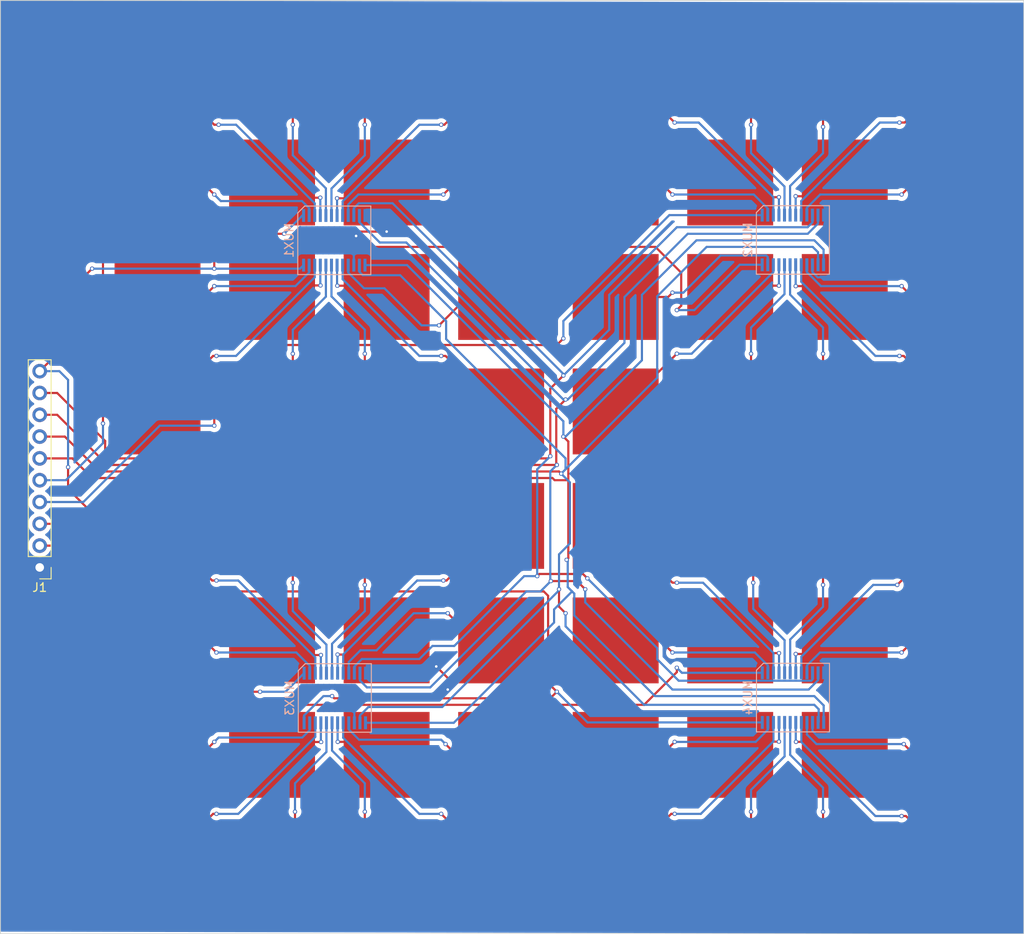
<source format=kicad_pcb>
(kicad_pcb (version 20221018) (generator pcbnew)
  (layers (0 "F.Cu" signal) (31 "B.Cu" signal) (34 "B.Paste" user) (35 "F.Paste" user) (36 "B.SilkS" user "B.Silkscreen") (37 "F.SilkS" user "F.Silkscreen") (38 "B.Mask" user) (39 "F.Mask" user) (44 "Edge.Cuts" user))
  (net 0 "")
  (net 1 "Z1")
  (net 2 "Net-(MUX1-Y7)")
  (net 3 "Net-(MUX1-Y6)")
  (net 4 "Net-(MUX1-Y5)")
  (net 5 "Net-(MUX1-Y4)")
  (net 6 "Net-(MUX1-Y3)")
  (net 7 "Net-(MUX1-Y2)")
  (net 8 "Net-(MUX1-Y1)")
  (net 9 "Net-(MUX1-Y0)")
  (net 10 "S0")
  (net 11 "S1")
  (net 12 "S3")
  (net 13 "S2")
  (net 14 "GND")
  (net 15 "Net-(MUX1-Y15)")
  (net 16 "Net-(MUX1-Y14)")
  (net 17 "Net-(MUX1-Y13)")
  (net 18 "Net-(MUX1-Y12)")
  (net 19 "Net-(MUX1-Y11)")
  (net 20 "Net-(MUX1-Y10)")
  (net 21 "Net-(MUX1-Y9)")
  (net 22 "Net-(MUX1-Y8)")
  (net 23 "Z2")
  (net 24 "Net-(MUX2-Y7)")
  (net 25 "Net-(MUX2-Y6)")
  (net 26 "Net-(MUX2-Y5)")
  (net 27 "Net-(MUX2-Y4)")
  (net 28 "Net-(MUX2-Y3)")
  (net 29 "Net-(MUX2-Y2)")
  (net 30 "Net-(MUX2-Y1)")
  (net 31 "Net-(MUX2-Y0)")
  (net 32 "Net-(MUX2-Y15)")
  (net 33 "Net-(MUX2-Y14)")
  (net 34 "Net-(MUX2-Y13)")
  (net 35 "Net-(MUX2-Y12)")
  (net 36 "Net-(MUX2-Y11)")
  (net 37 "Net-(MUX2-Y10)")
  (net 38 "Net-(MUX2-Y9)")
  (net 39 "Net-(MUX2-Y8)")
  (net 40 "Z3")
  (net 41 "Net-(MUX3-Y7)")
  (net 42 "Net-(MUX3-Y6)")
  (net 43 "Net-(MUX3-Y5)")
  (net 44 "Net-(MUX3-Y4)")
  (net 45 "Net-(MUX3-Y3)")
  (net 46 "Net-(MUX3-Y2)")
  (net 47 "Net-(MUX3-Y1)")
  (net 48 "Net-(MUX3-Y0)")
  (net 49 "Net-(MUX3-Y15)")
  (net 50 "Net-(MUX3-Y14)")
  (net 51 "Net-(MUX3-Y13)")
  (net 52 "Net-(MUX3-Y12)")
  (net 53 "Net-(MUX3-Y11)")
  (net 54 "Net-(MUX3-Y10)")
  (net 55 "Net-(MUX3-Y9)")
  (net 56 "Net-(MUX3-Y8)")
  (net 57 "Z4")
  (net 58 "Net-(MUX4-Y7)")
  (net 59 "Net-(MUX4-Y6)")
  (net 60 "Net-(MUX4-Y5)")
  (net 61 "Net-(MUX4-Y4)")
  (net 62 "Net-(MUX4-Y3)")
  (net 63 "Net-(MUX4-Y2)")
  (net 64 "Net-(MUX4-Y1)")
  (net 65 "Net-(MUX4-Y0)")
  (net 66 "Net-(MUX4-Y15)")
  (net 67 "Net-(MUX4-Y14)")
  (net 68 "Net-(MUX4-Y13)")
  (net 69 "Net-(MUX4-Y12)")
  (net 70 "Net-(MUX4-Y11)")
  (net 71 "Net-(MUX4-Y10)")
  (net 72 "Net-(MUX4-Y9)")
  (net 73 "Net-(MUX4-Y8)")
  (net 74 "Vcc")
  (footprint "gridcap_footprints:CAPACITOR_PAD" (layer "F.Cu") (at 178.433 80.006)
    (fp_text reference "PAD18")
    (fp_text value "~" hide)
  )
  (footprint "gridcap_footprints:CAPACITOR_PAD" (layer "F.Cu") (at 178.433 93.339)
    (fp_text reference "PAD26")
    (fp_text value "~" hide)
  )
  (footprint "Connector_PinHeader_2.54mm:PinHeader_1x10_P2.54mm_Vertical" (layer "F.Cu") (at 151.384 111.506 180)
    (fp_text reference "J1")
    (fp_text value "Conn_01x10" hide)
  )
  (footprint "gridcap_footprints:CAPACITOR_PAD" (layer "F.Cu") (at 218.432 93.339)
    (fp_text reference "PAD29")
    (fp_text value "~" hide)
  )
  (footprint "gridcap_footprints:CAPACITOR_PAD" (layer "F.Cu") (at 231.765 146.671)
    (fp_text reference "PAD62")
    (fp_text value "~" hide)
  )
  (footprint "gridcap_footprints:CAPACITOR_PAD" (layer "F.Cu") (at 258.431 53.3328)
    (fp_text reference "PAD8")
    (fp_text value "~" hide)
  )
  (footprint "gridcap_footprints:CAPACITOR_PAD" (layer "F.Cu") (at 245.098 120.005)
    (fp_text reference "PAD47")
    (fp_text value "~" hide)
  )
  (footprint "gridcap_footprints:CAPACITOR_PAD" (layer "F.Cu") (at 245.098 146.671)
    (fp_text reference "PAD63")
    (fp_text value "~" hide)
  )
  (footprint "gridcap_footprints:CAPACITOR_PAD" (layer "F.Cu") (at 258.431 66.673)
    (fp_text reference "PAD16")
    (fp_text value "~" hide)
  )
  (footprint "gridcap_footprints:CAPACITOR_PAD" (layer "F.Cu") (at 205.099 53.3328)
    (fp_text reference "PAD4")
    (fp_text value "~" hide)
  )
  (footprint "gridcap_footprints:CAPACITOR_PAD" (layer "F.Cu") (at 245.098 66.673)
    (fp_text reference "PAD15")
    (fp_text value "~" hide)
  )
  (footprint "gridcap_footprints:CAPACITOR_PAD" (layer "F.Cu") (at 231.765 133.338)
    (fp_text reference "PAD54")
    (fp_text value "~" hide)
  )
  (footprint "gridcap_footprints:CAPACITOR_PAD" (layer "F.Cu") (at 218.432 66.673)
    (fp_text reference "PAD13")
    (fp_text value "~" hide)
  )
  (footprint "gridcap_footprints:CAPACITOR_PAD" (layer "F.Cu") (at 218.432 80.006)
    (fp_text reference "PAD21")
    (fp_text value "~" hide)
  )
  (footprint "gridcap_footprints:CAPACITOR_PAD" (layer "F.Cu") (at 191.766 119.9988)
    (fp_text reference "PAD43")
    (fp_text value "~" hide)
  )
  (footprint "gridcap_footprints:CAPACITOR_PAD" (layer "F.Cu") (at 165.1 120.005)
    (fp_text reference "PAD41")
    (fp_text value "~" hide)
  )
  (footprint "gridcap_footprints:CAPACITOR_PAD" (layer "F.Cu") (at 191.766 53.3328)
    (fp_text reference "PAD3")
    (fp_text value "~" hide)
  )
  (footprint "gridcap_footprints:CAPACITOR_PAD" (layer "F.Cu") (at 178.433 120.005)
    (fp_text reference "PAD42")
    (fp_text value "~" hide)
  )
  (footprint "gridcap_footprints:CAPACITOR_PAD" (layer "F.Cu") (at 165.1 80.006)
    (fp_text reference "PAD17")
    (fp_text value "~" hide)
  )
  (footprint "gridcap_footprints:CAPACITOR_PAD" (layer "F.Cu") (at 258.431 106.672)
    (fp_text reference "PAD40")
    (fp_text value "~" hide)
  )
  (footprint "gridcap_footprints:CAPACITOR_PAD" (layer "F.Cu") (at 205.099 133.338)
    (fp_text reference "PAD52")
    (fp_text value "~" hide)
  )
  (footprint "gridcap_footprints:CAPACITOR_PAD" (layer "F.Cu") (at 258.431 146.671)
    (fp_text reference "PAD64")
    (fp_text value "~" hide)
  )
  (footprint "gridcap_footprints:CAPACITOR_PAD" (layer "F.Cu") (at 191.766 66.673)
    (fp_text reference "PAD11")
    (fp_text value "~" hide)
  )
  (footprint "gridcap_footprints:CAPACITOR_PAD" (layer "F.Cu") (at 218.432 106.672)
    (fp_text reference "PAD37")
    (fp_text value "~" hide)
  )
  (footprint "gridcap_footprints:CAPACITOR_PAD" (layer "F.Cu") (at 245.098 133.338)
    (fp_text reference "PAD55")
    (fp_text value "~" hide)
  )
  (footprint "gridcap_footprints:CAPACITOR_PAD" (layer "F.Cu") (at 178.433 53.3328)
    (fp_text reference "PAD2")
    (fp_text value "~" hide)
  )
  (footprint "gridcap_footprints:CAPACITOR_PAD" (layer "F.Cu") (at 231.765 80.006)
    (fp_text reference "PAD22")
    (fp_text value "~" hide)
  )
  (footprint "gridcap_footprints:CAPACITOR_PAD" (layer "F.Cu") (at 245.098 93.339)
    (fp_text reference "PAD31")
    (fp_text value "~" hide)
  )
  (footprint "gridcap_footprints:CAPACITOR_PAD" (layer "F.Cu") (at 218.432 120.005)
    (fp_text reference "PAD45")
    (fp_text value "~" hide)
  )
  (footprint "gridcap_footprints:CAPACITOR_PAD" (layer "F.Cu") (at 191.766 146.671)
    (fp_text reference "PAD59")
    (fp_text value "~" hide)
  )
  (footprint "gridcap_footprints:CAPACITOR_PAD" (layer "F.Cu") (at 178.433 146.671)
    (fp_text reference "PAD58")
    (fp_text value "~" hide)
  )
  (footprint "gridcap_footprints:CAPACITOR_PAD" (layer "F.Cu") (at 165.1 93.339)
    (fp_text reference "PAD25")
    (fp_text value "~" hide)
  )
  (footprint "gridcap_footprints:CAPACITOR_PAD" (layer "F.Cu") (at 205.099 120.005)
    (fp_text reference "PAD44")
    (fp_text value "~" hide)
  )
  (footprint "gridcap_footprints:CAPACITOR_PAD" (layer "F.Cu") (at 178.433 133.338)
    (fp_text reference "PAD50")
    (fp_text value "~" hide)
  )
  (footprint "gridcap_footprints:CAPACITOR_PAD" (layer "F.Cu") (at 165.1 53.34)
    (fp_text reference "PAD1")
    (fp_text value "~" hide)
  )
  (footprint "gridcap_footprints:CAPACITOR_PAD" (layer "F.Cu") (at 231.765 93.339)
    (fp_text reference "PAD30")
    (fp_text value "~" hide)
  )
  (footprint "gridcap_footprints:CAPACITOR_PAD" (layer "F.Cu") (at 205.099 146.671)
    (fp_text reference "PAD60")
    (fp_text value "~" hide)
  )
  (footprint "gridcap_footprints:CAPACITOR_PAD" (layer "F.Cu") (at 165.1 66.673)
    (fp_text reference "PAD9")
    (fp_text value "~" hide)
  )
  (footprint "gridcap_footprints:CAPACITOR_PAD" (layer "F.Cu") (at 218.432 53.3328)
    (fp_text reference "PAD5")
    (fp_text value "~" hide)
  )
  (footprint "gridcap_footprints:CAPACITOR_PAD" (layer "F.Cu") (at 191.766 133.338)
    (fp_text reference "PAD51")
    (fp_text value "~" hide)
  )
  (footprint "gridcap_footprints:CAPACITOR_PAD" (layer "F.Cu") (at 258.431 133.338)
    (fp_text reference "PAD56")
    (fp_text value "~" hide)
  )
  (footprint "gridcap_footprints:CAPACITOR_PAD" (layer "F.Cu") (at 218.432 146.671)
    (fp_text reference "PAD61")
    (fp_text value "~" hide)
  )
  (footprint "gridcap_footprints:CAPACITOR_PAD" (layer "F.Cu") (at 178.433 106.672)
    (fp_text reference "PAD34")
    (fp_text value "~" hide)
  )
  (footprint "gridcap_footprints:CAPACITOR_PAD" (layer "F.Cu") (at 205.099 106.672)
    (fp_text reference "PAD36")
    (fp_text value "~" hide)
  )
  (footprint "gridcap_footprints:CAPACITOR_PAD" (layer "F.Cu") (at 258.431 120.005)
    (fp_text reference "PAD48")
    (fp_text value "~" hide)
  )
  (footprint "gridcap_footprints:CAPACITOR_PAD" (layer "F.Cu") (at 231.765 66.673)
    (fp_text reference "PAD14")
    (fp_text value "~" hide)
  )
  (footprint "gridcap_footprints:CAPACITOR_PAD" (layer "F.Cu") (at 205.099 93.339)
    (fp_text reference "PAD28")
    (fp_text value "~" hide)
  )
  (footprint "gridcap_footprints:CAPACITOR_PAD" (layer "F.Cu") (at 191.766 80.006)
    (fp_text reference "PAD19")
    (fp_text value "~" hide)
  )
  (footprint "gridcap_footprints:CAPACITOR_PAD" (layer "F.Cu") (at 245.098 80.006)
    (fp_text reference "PAD23")
    (fp_text value "~" hide)
  )
  (footprint "gridcap_footprints:CAPACITOR_PAD" (layer "F.Cu") (at 258.431 93.339)
    (fp_text reference "PAD32")
    (fp_text value "~" hide)
  )
  (footprint "gridcap_footprints:CAPACITOR_PAD" (layer "F.Cu") (at 231.765 106.672)
    (fp_text reference "PAD38")
    (fp_text value "~" hide)
  )
  (footprint "gridcap_footprints:CAPACITOR_PAD" (layer "F.Cu") (at 245.098 106.672)
    (fp_text reference "PAD39")
    (fp_text value "~" hide)
  )
  (footprint "gridcap_footprints:CAPACITOR_PAD" (layer "F.Cu") (at 191.766 93.339)
    (fp_text reference "PAD27")
    (fp_text value "~" hide)
  )
  (footprint "gridcap_footprints:CAPACITOR_PAD" (layer "F.Cu") (at 205.099 66.673)
    (fp_text reference "PAD12")
    (fp_text value "~" hide)
  )
  (footprint "gridcap_footprints:CAPACITOR_PAD" (layer "F.Cu") (at 205.099 80.006)
    (fp_text reference "PAD20")
    (fp_text value "~" hide)
  )
  (footprint "gridcap_footprints:CAPACITOR_PAD" (layer "F.Cu") (at 245.098 53.3328)
    (fp_text reference "PAD7")
    (fp_text value "~" hide)
  )
  (footprint "gridcap_footprints:CAPACITOR_PAD" (layer "F.Cu") (at 231.765 120.005)
    (fp_text reference "PAD46")
    (fp_text value "~" hide)
  )
  (footprint "gridcap_footprints:CAPACITOR_PAD" (layer "F.Cu") (at 231.765 53.3328)
    (fp_text reference "PAD6")
    (fp_text value "~" hide)
  )
  (footprint "gridcap_footprints:CAPACITOR_PAD" (layer "F.Cu") (at 258.431 80.006)
    (fp_text reference "PAD24")
    (fp_text value "~" hide)
  )
  (footprint "gridcap_footprints:CAPACITOR_PAD" (layer "F.Cu") (at 165.1 133.338)
    (fp_text reference "PAD49")
    (fp_text value "~" hide)
  )
  (footprint "gridcap_footprints:CAPACITOR_PAD" (layer "F.Cu") (at 165.1 106.672)
    (fp_text reference "PAD33")
    (fp_text value "~" hide)
  )
  (footprint "gridcap_footprints:CAPACITOR_PAD" (layer "F.Cu") (at 218.432 133.338)
    (fp_text reference "PAD53")
    (fp_text value "~" hide)
  )
  (footprint "gridcap_footprints:CAPACITOR_PAD" (layer "F.Cu") (at 178.433 66.673)
    (fp_text reference "PAD10")
    (fp_text value "~" hide)
  )
  (footprint "gridcap_footprints:CAPACITOR_PAD" (layer "F.Cu") (at 191.766 106.672)
    (fp_text reference "PAD35")
    (fp_text value "~" hide)
  )
  (footprint "gridcap_footprints:CAPACITOR_PAD" (layer "F.Cu") (at 165.1 146.671)
    (fp_text reference "PAD57")
    (fp_text value "~" hide)
  )
  (footprint "gridcap_footprints:74HC4067PW-Q100J" (layer "B.Cu") (at 185.738032 126.709917)
    (fp_text reference "MUX3")
    (fp_text value "~")
  )
  (footprint "gridcap_footprints:74HC4067PW-Q100J" (layer "B.Cu") (at 239.072078 126.665623)
    (fp_text reference "MUX4")
    (fp_text value "~")
  )
  (footprint "gridcap_footprints:74HC4067PW-Q100J" (layer "B.Cu") (at 239.059872 73.36131)
    (fp_text reference "MUX2")
    (fp_text value "~")
  )
  (footprint "gridcap_footprints:74HC4067PW-Q100J" (layer "B.Cu") (at 185.674 73.406)
    (fp_text reference "MUX1")
    (fp_text value "~")
  )
  (gr_rect (start 146.812 45.466) (end 265.938 154.178) (stroke (width 0.1)) (fill none) (layer "Edge.Cuts"))
  (segment (start 158.75 74.422) (end 158.75 94.742) (width 0.25) (layer "F.Cu") (net 1))
  (segment (start 179.832 72.644) (end 160.528 72.644) (width 0.25) (layer "F.Cu") (net 1))
  (segment (start 160.528 72.644) (end 158.75 74.422) (width 0.25) (layer "F.Cu") (net 1))
  (via (at 158.75 94.742) (size 0.5) (drill 0.3) (layers "F.Cu" "B.Cu") (net 1))
  (via (at 179.832 72.644) (size 0.5) (drill 0.3) (layers "F.Cu" "B.Cu") (net 1))
  (segment (start 154.432 101.346) (end 151.384 101.346) (width 0.25) (layer "B.Cu") (net 1))
  (segment (start 182.099 70.516) (end 181.96 70.516) (width 0.25) (layer "B.Cu") (net 1))
  (segment (start 158.75 97.028) (end 154.432 101.346) (width 0.25) (layer "B.Cu") (net 1))
  (segment (start 181.96 70.516) (end 179.832 72.644) (width 0.25) (layer "B.Cu") (net 1))
  (segment (start 158.75 94.742) (end 158.75 97.028) (width 0.25) (layer "B.Cu") (net 1))
  (segment (start 170.305 66.673) (end 165.1 66.673) (width 0.25) (layer "F.Cu") (net 2))
  (segment (start 171.704 68.072) (end 170.305 66.673) (width 0.25) (layer "F.Cu") (net 2))
  (via (at 171.704 68.072) (size 0.5) (drill 0.3) (layers "F.Cu" "B.Cu") (net 2))
  (segment (start 181.917 68.834) (end 172.466 68.834) (width 0.25) (layer "B.Cu") (net 2))
  (segment (start 182.749 70.516) (end 182.749 69.666) (width 0.25) (layer "B.Cu") (net 2))
  (segment (start 182.749 69.666) (end 181.917 68.834) (width 0.25) (layer "B.Cu") (net 2))
  (segment (start 172.466 68.834) (end 171.704 68.072) (width 0.25) (layer "B.Cu") (net 2))
  (segment (start 171.704 59.944) (end 165.1 53.34) (width 0.25) (layer "F.Cu") (net 3))
  (segment (start 172.212 59.944) (end 171.704 59.944) (width 0.25) (layer "F.Cu") (net 3))
  (via (at 172.212 59.944) (size 0.5) (drill 0.3) (layers "F.Cu" "B.Cu") (net 3))
  (segment (start 183.399 69.099) (end 174.244 59.944) (width 0.25) (layer "B.Cu") (net 3))
  (segment (start 183.399 70.516) (end 183.399 69.099) (width 0.25) (layer "B.Cu") (net 3))
  (segment (start 174.244 59.944) (end 172.212 59.944) (width 0.25) (layer "B.Cu") (net 3))
  (segment (start 184.044991 68.441875) (end 180.201875 68.441875) (width 0.25) (layer "F.Cu") (net 4))
  (segment (start 180.201875 68.441875) (end 178.433 66.673) (width 0.25) (layer "F.Cu") (net 4))
  (via (at 184.044991 68.441875) (size 0.5) (drill 0.3) (layers "F.Cu" "B.Cu") (net 4))
  (segment (start 184.049 68.445884) (end 184.044991 68.441875) (width 0.25) (layer "B.Cu") (net 4))
  (segment (start 184.049 70.516) (end 184.049 68.445884) (width 0.25) (layer "B.Cu") (net 4))
  (segment (start 180.848 55.7478) (end 178.433 53.3328) (width 0.25) (layer "F.Cu") (net 5))
  (segment (start 180.848 59.944) (end 180.848 55.7478) (width 0.25) (layer "F.Cu") (net 5))
  (via (at 180.848 59.944) (size 0.5) (drill 0.3) (layers "F.Cu" "B.Cu") (net 5))
  (segment (start 180.848 63.5) (end 180.848 59.944) (width 0.25) (layer "B.Cu") (net 5))
  (segment (start 184.699 70.516) (end 184.699 67.351) (width 0.25) (layer "B.Cu") (net 5))
  (segment (start 184.699 67.351) (end 180.848 63.5) (width 0.25) (layer "B.Cu") (net 5))
  (segment (start 189.23 55.8688) (end 191.766 53.3328) (width 0.25) (layer "F.Cu") (net 6))
  (segment (start 189.23 59.944) (end 189.23 55.8688) (width 0.25) (layer "F.Cu") (net 6))
  (via (at 189.23 59.944) (size 0.5) (drill 0.3) (layers "F.Cu" "B.Cu") (net 6))
  (segment (start 185.349 67.381) (end 189.23 63.5) (width 0.25) (layer "B.Cu") (net 6))
  (segment (start 185.349 70.516) (end 185.349 67.381) (width 0.25) (layer "B.Cu") (net 6))
  (segment (start 189.23 63.5) (end 189.23 59.944) (width 0.25) (layer "B.Cu") (net 6))
  (segment (start 189.927805 68.511195) (end 191.766 66.673) (width 0.25) (layer "F.Cu") (net 7))
  (segment (start 185.997491 68.511195) (end 189.927805 68.511195) (width 0.25) (layer "F.Cu") (net 7))
  (via (at 185.997491 68.511195) (size 0.5) (drill 0.3) (layers "F.Cu" "B.Cu") (net 7))
  (segment (start 185.999 68.512704) (end 185.997491 68.511195) (width 0.25) (layer "B.Cu") (net 7))
  (segment (start 185.999 70.516) (end 185.999 68.512704) (width 0.25) (layer "B.Cu") (net 7))
  (segment (start 198.4878 59.944) (end 205.099 53.3328) (width 0.25) (layer "F.Cu") (net 8))
  (segment (start 198.12 59.944) (end 198.4878 59.944) (width 0.25) (layer "F.Cu") (net 8))
  (via (at 198.12 59.944) (size 0.5) (drill 0.3) (layers "F.Cu" "B.Cu") (net 8))
  (segment (start 186.649 68.875) (end 195.58 59.944) (width 0.25) (layer "B.Cu") (net 8))
  (segment (start 195.58 59.944) (end 198.12 59.944) (width 0.25) (layer "B.Cu") (net 8))
  (segment (start 186.649 70.516) (end 186.649 68.875) (width 0.25) (layer "B.Cu") (net 8))
  (segment (start 199.773 66.673) (end 205.099 66.673) (width 0.25) (layer "F.Cu") (net 9))
  (segment (start 198.374 68.072) (end 199.773 66.673) (width 0.25) (layer "F.Cu") (net 9))
  (via (at 198.374 68.072) (size 0.5) (drill 0.3) (layers "F.Cu" "B.Cu") (net 9))
  (segment (start 187.299 70.516) (end 187.299 69.241) (width 0.25) (layer "B.Cu") (net 9))
  (segment (start 188.468 68.072) (end 198.374 68.072) (width 0.25) (layer "B.Cu") (net 9))
  (segment (start 187.299 69.241) (end 188.468 68.072) (width 0.25) (layer "B.Cu") (net 9))
  (segment (start 159.004 98.044) (end 159.004 96.774) (width 0.25) (layer "F.Cu") (net 10))
  (segment (start 159.766 98.806) (end 159.004 98.044) (width 0.25) (layer "F.Cu") (net 10))
  (segment (start 210.566 98.806) (end 159.766 98.806) (width 0.25) (layer "F.Cu") (net 10))
  (segment (start 214.63 112.268) (end 215.138 112.776) (width 0.25) (layer "F.Cu") (net 10))
  (segment (start 210.82 90.678) (end 210.82 98.552) (width 0.25) (layer "F.Cu") (net 10))
  (segment (start 209.55 112.268) (end 214.63 112.268) (width 0.25) (layer "F.Cu") (net 10))
  (segment (start 212.344 89.154) (end 210.82 90.678) (width 0.25) (layer "F.Cu") (net 10))
  (segment (start 159.004 96.774) (end 153.416 91.186) (width 0.25) (layer "F.Cu") (net 10))
  (segment (start 209.296 112.522) (end 209.55 112.268) (width 0.25) (layer "F.Cu") (net 10))
  (segment (start 153.416 91.186) (end 151.384 91.186) (width 0.25) (layer "F.Cu") (net 10))
  (segment (start 210.82 98.552) (end 210.566 98.806) (width 0.25) (layer "F.Cu") (net 10))
  (via (at 212.344 89.154) (size 0.5) (drill 0.3) (layers "F.Cu" "B.Cu") (net 10))
  (via (at 215.138 112.776) (size 0.5) (drill 0.3) (layers "F.Cu" "B.Cu") (net 10))
  (via (at 209.296 112.522) (size 0.5) (drill 0.3) (layers "F.Cu" "B.Cu") (net 10))
  (via (at 210.82 98.552) (size 0.5) (drill 0.3) (layers "F.Cu" "B.Cu") (net 10))
  (segment (start 212.344 88.971639) (end 192.460361 69.088) (width 0.25) (layer "B.Cu") (net 10))
  (segment (start 209.296 112.522) (end 209.296 100.076) (width 0.25) (layer "B.Cu") (net 10))
  (segment (start 207.772 112.522) (end 199.644 120.65) (width 0.25) (layer "B.Cu") (net 10))
  (segment (start 197.104 120.65) (end 195.58 122.174) (width 0.25) (layer "B.Cu") (net 10))
  (segment (start 187.949 69.666) (end 187.949 70.516) (width 0.25) (layer "B.Cu") (net 10))
  (segment (start 212.344 89.154) (end 217.678 83.82) (width 0.25) (layer "B.Cu") (net 10))
  (segment (start 240.774182 71.882) (end 241.334872 71.32131) (width 0.25) (layer "B.Cu") (net 10))
  (segment (start 241.347078 124.550623) (end 241.197078 124.700623) (width 0.25) (layer "B.Cu") (net 10))
  (segment (start 209.296 100.076) (end 210.82 98.552) (width 0.25) (layer "B.Cu") (net 10))
  (segment (start 212.344 89.154) (end 212.344 88.971639) (width 0.25) (layer "B.Cu") (net 10))
  (segment (start 195.58 122.174) (end 188.883949 122.174) (width 0.25) (layer "B.Cu") (net 10))
  (segment (start 241.347078 123.775623) (end 241.347078 124.550623) (width 0.25) (layer "B.Cu") (net 10))
  (segment (start 225.552 71.882) (end 240.774182 71.882) (width 0.25) (layer "B.Cu") (net 10))
  (segment (start 188.527 69.088) (end 187.949 69.666) (width 0.25) (layer "B.Cu") (net 10))
  (segment (start 199.644 120.65) (end 197.104 120.65) (width 0.25) (layer "B.Cu") (net 10))
  (segment (start 225.767036 124.700623) (end 223.266 122.199587) (width 0.25) (layer "B.Cu") (net 10))
  (segment (start 188.013032 123.044917) (end 188.013032 123.819917) (width 0.25) (layer "B.Cu") (net 10))
  (segment (start 241.197078 124.700623) (end 225.767036 124.700623) (width 0.25) (layer "B.Cu") (net 10))
  (segment (start 188.883949 122.174) (end 188.013032 123.044917) (width 0.25) (layer "B.Cu") (net 10))
  (segment (start 241.334872 71.32131) (end 241.334872 70.47131) (width 0.25) (layer "B.Cu") (net 10))
  (segment (start 217.678 83.82) (end 217.678 79.756) (width 0.25) (layer "B.Cu") (net 10))
  (segment (start 192.460361 69.088) (end 188.527 69.088) (width 0.25) (layer "B.Cu") (net 10))
  (segment (start 209.296 112.522) (end 207.772 112.522) (width 0.25) (layer "B.Cu") (net 10))
  (segment (start 223.266 122.199587) (end 223.266 120.904) (width 0.25) (layer "B.Cu") (net 10))
  (segment (start 223.266 120.904) (end 215.138 112.776) (width 0.25) (layer "B.Cu") (net 10))
  (segment (start 217.678 79.756) (end 225.552 71.882) (width 0.25) (layer "B.Cu") (net 10))
  (segment (start 211.582 99.568) (end 159.258 99.568) (width 0.25) (layer "F.Cu") (net 11))
  (segment (start 159.258 99.568) (end 153.416 93.726) (width 0.25) (layer "F.Cu") (net 11))
  (segment (start 213.93261 113.09461) (end 214.884 114.046) (width 0.25) (layer "F.Cu") (net 11))
  (segment (start 211.515 93.031) (end 211.515 99.501) (width 0.25) (layer "F.Cu") (net 11))
  (segment (start 211.515 99.501) (end 211.582 99.568) (width 0.25) (layer "F.Cu") (net 11))
  (segment (start 210.88461 113.09461) (end 213.93261 113.09461) (width 0.25) (layer "F.Cu") (net 11))
  (segment (start 153.416 93.726) (end 151.384 93.726) (width 0.25) (layer "F.Cu") (net 11))
  (segment (start 212.598 91.948) (end 211.515 93.031) (width 0.25) (layer "F.Cu") (net 11))
  (via (at 210.88461 113.09461) (size 0.5) (drill 0.3) (layers "F.Cu" "B.Cu") (net 11))
  (via (at 214.884 114.046) (size 0.5) (drill 0.3) (layers "F.Cu" "B.Cu") (net 11))
  (via (at 211.582 99.568) (size 0.5) (drill 0.3) (layers "F.Cu" "B.Cu") (net 11))
  (via (at 212.598 91.948) (size 0.5) (drill 0.3) (layers "F.Cu" "B.Cu") (net 11))
  (segment (start 210.82 100.33) (end 211.582 99.568) (width 0.25) (layer "B.Cu") (net 11))
  (segment (start 225.044 125.73) (end 214.884 115.57) (width 0.25) (layer "B.Cu") (net 11))
  (segment (start 240.792 72.644) (end 241.984872 71.451128) (width 0.25) (layer "B.Cu") (net 11))
  (segment (start 194.056 73.66) (end 190.968 73.66) (width 0.25) (layer "B.Cu") (net 11))
  (segment (start 219.456 80.01) (end 226.822 72.644) (width 0.25) (layer "B.Cu") (net 11))
  (segment (start 226.822 72.644) (end 240.792 72.644) (width 0.25) (layer "B.Cu") (net 11))
  (segment (start 189.469115 125.476) (end 188.663032 124.669917) (width 0.25) (layer "B.Cu") (net 11))
  (segment (start 196.85 125.476) (end 189.469115 125.476) (width 0.25) (layer "B.Cu") (net 11))
  (segment (start 212.852 91.948) (end 219.456 85.344) (width 0.25) (layer "B.Cu") (net 11))
  (segment (start 208.026 114.3) (end 196.85 125.476) (width 0.25) (layer "B.Cu") (net 11))
  (segment (start 188.599 71.291) (end 188.599 70.516) (width 0.25) (layer "B.Cu") (net 11))
  (segment (start 210.88461 113.09461) (end 210.82 113.03) (width 0.25) (layer "B.Cu") (net 11))
  (segment (start 209.67922 114.3) (end 208.026 114.3) (width 0.25) (layer "B.Cu") (net 11))
  (segment (start 241.997078 123.775623) (end 241.997078 124.625623) (width 0.25) (layer "B.Cu") (net 11))
  (segment (start 240.892701 125.73) (end 225.044 125.73) (width 0.25) (layer "B.Cu") (net 11))
  (segment (start 214.884 115.57) (end 214.884 114.046) (width 0.25) (layer "B.Cu") (net 11))
  (segment (start 190.968 73.66) (end 188.599 71.291) (width 0.25) (layer "B.Cu") (net 11))
  (segment (start 210.88461 113.09461) (end 209.67922 114.3) (width 0.25) (layer "B.Cu") (net 11))
  (segment (start 212.344 91.948) (end 194.056 73.66) (width 0.25) (layer "B.Cu") (net 11))
  (segment (start 210.82 113.03) (end 210.82 100.33) (width 0.25) (layer "B.Cu") (net 11))
  (segment (start 212.598 91.948) (end 212.852 91.948) (width 0.25) (layer "B.Cu") (net 11))
  (segment (start 212.598 91.948) (end 212.344 91.948) (width 0.25) (layer "B.Cu") (net 11))
  (segment (start 241.984872 71.451128) (end 241.984872 70.47131) (width 0.25) (layer "B.Cu") (net 11))
  (segment (start 219.456 85.344) (end 219.456 80.01) (width 0.25) (layer "B.Cu") (net 11))
  (segment (start 188.663032 124.669917) (end 188.663032 123.819917) (width 0.25) (layer "B.Cu") (net 11))
  (segment (start 241.997078 124.625623) (end 240.892701 125.73) (width 0.25) (layer "B.Cu") (net 11))
  (segment (start 155.194 98.806) (end 151.384 98.806) (width 0.25) (layer "F.Cu") (net 12))
  (segment (start 211.074 101.092) (end 157.48 101.092) (width 0.25) (layer "F.Cu") (net 12))
  (segment (start 212.919 110.423) (end 212.919 96.841) (width 0.25) (layer "F.Cu") (net 12))
  (segment (start 157.48 101.092) (end 155.194 98.806) (width 0.25) (layer "F.Cu") (net 12))
  (segment (start 212.725 110.617) (end 212.919 110.423) (width 0.25) (layer "F.Cu") (net 12))
  (segment (start 212.919 96.841) (end 212.344 96.266) (width 0.25) (layer "F.Cu") (net 12))
  (segment (start 212.919 101.346) (end 211.328 101.346) (width 0.25) (layer "F.Cu") (net 12))
  (segment (start 211.328 101.346) (end 211.074 101.092) (width 0.25) (layer "F.Cu") (net 12))
  (via (at 212.344 96.266) (size 0.5) (drill 0.3) (layers "F.Cu" "B.Cu") (net 12))
  (via (at 212.725 110.617) (size 0.5) (drill 0.3) (layers "F.Cu" "B.Cu") (net 12))
  (segment (start 211.261 116.399) (end 211.261 117.923) (width 0.25) (layer "B.Cu") (net 12))
  (segment (start 242.634872 74.486872) (end 242.634872 76.25131) (width 0.25) (layer "B.Cu") (net 12))
  (segment (start 241.554 126.492) (end 223.012 126.492) (width 0.25) (layer "B.Cu") (net 12))
  (segment (start 212.598 96.266) (end 221.488 87.376) (width 0.25) (layer "B.Cu") (net 12))
  (segment (start 213.614 117.094) (end 213.614 114.554) (width 0.25) (layer "B.Cu") (net 12))
  (segment (start 242.647078 127.585078) (end 241.554 126.492) (width 0.25) (layer "B.Cu") (net 12))
  (segment (start 221.488 87.376) (end 221.488 79.756) (width 0.25) (layer "B.Cu") (net 12))
  (segment (start 213.614 114.554) (end 213.36 114.3) (width 0.25) (layer "B.Cu") (net 12))
  (segment (start 227.838 73.406) (end 241.554 73.406) (width 0.25) (layer "B.Cu") (net 12))
  (segment (start 212.852 113.792) (end 213.36 114.3) (width 0.25) (layer "B.Cu") (net 12))
  (segment (start 212.852 110.744) (end 212.852 113.792) (width 0.25) (layer "B.Cu") (net 12))
  (segment (start 199.584083 129.599917) (end 189.313032 129.599917) (width 0.25) (layer "B.Cu") (net 12))
  (segment (start 242.647078 129.555623) (end 242.647078 127.585078) (width 0.25) (layer "B.Cu") (net 12))
  (segment (start 223.012 126.492) (end 213.614 117.094) (width 0.25) (layer "B.Cu") (net 12))
  (segment (start 212.344 94.488) (end 194.152 76.296) (width 0.25) (layer "B.Cu") (net 12))
  (segment (start 241.554 73.406) (end 242.634872 74.486872) (width 0.25) (layer "B.Cu") (net 12))
  (segment (start 221.488 79.756) (end 227.838 73.406) (width 0.25) (layer "B.Cu") (net 12))
  (segment (start 212.344 96.266) (end 212.598 96.266) (width 0.25) (layer "B.Cu") (net 12))
  (segment (start 213.36 114.3) (end 211.261 116.399) (width 0.25) (layer "B.Cu") (net 12))
  (segment (start 212.344 96.266) (end 212.344 94.488) (width 0.25) (layer "B.Cu") (net 12))
  (segment (start 212.725 110.617) (end 212.852 110.744) (width 0.25) (layer "B.Cu") (net 12))
  (segment (start 211.261 117.923) (end 199.584083 129.599917) (width 0.25) (layer "B.Cu") (net 12))
  (segment (start 194.152 76.296) (end 189.249 76.296) (width 0.25) (layer "B.Cu") (net 12))
  (segment (start 154.305 96.266) (end 151.384 96.266) (width 0.25) (layer "F.Cu") (net 13))
  (segment (start 211.836 100.33) (end 158.369 100.33) (width 0.25) (layer "F.Cu") (net 13))
  (segment (start 211.836 116.078) (end 211.836 114.046) (width 0.25) (layer "F.Cu") (net 13))
  (segment (start 212.09 100.584) (end 211.836 100.33) (width 0.25) (layer "F.Cu") (net 13))
  (segment (start 212.598 116.84) (end 211.836 116.078) (width 0.25) (layer "F.Cu") (net 13))
  (segment (start 158.369 100.33) (end 154.305 96.266) (width 0.25) (layer "F.Cu") (net 13))
  (via (at 212.598 116.84) (size 0.5) (drill 0.3) (layers "F.Cu" "B.Cu") (net 13))
  (via (at 211.836 114.046) (size 0.5) (drill 0.3) (layers "F.Cu" "B.Cu") (net 13))
  (via (at 212.09 100.584) (size 0.5) (drill 0.3) (layers "F.Cu" "B.Cu") (net 13))
  (segment (start 198.695 82.819827) (end 193.345173 77.47) (width 0.25) (layer "B.Cu") (net 13))
  (segment (start 211.836 114.171604) (end 198.245604 127.762) (width 0.25) (layer "B.Cu") (net 13))
  (segment (start 223.266 79.927173) (end 223.266 89.408) (width 0.25) (layer "B.Cu") (net 13))
  (segment (start 198.695 84.903) (end 198.695 82.819827) (width 0.25) (layer "B.Cu") (net 13))
  (segment (start 188.663032 128.749917) (end 188.663032 129.599917) (width 0.25) (layer "B.Cu") (net 13))
  (segment (start 241.984872 74.788674) (end 241.364198 74.168) (width 0.25) (layer "B.Cu") (net 13))
  (segment (start 211.836 114.046) (end 211.836 114.171604) (width 0.25) (layer "B.Cu") (net 13))
  (segment (start 241.554 127.508) (end 242.062 128.016) (width 0.25) (layer "B.Cu") (net 13))
  (segment (start 242.062 128.016) (end 242.062 129.490701) (width 0.25) (layer "B.Cu") (net 13))
  (segment (start 241.364198 74.168) (end 229.025173 74.168) (width 0.25) (layer "B.Cu") (net 13))
  (segment (start 212.598 118.364) (end 221.742 127.508) (width 0.25) (layer "B.Cu") (net 13))
  (segment (start 188.998 77.47) (end 188.599 77.071) (width 0.25) (layer "B.Cu") (net 13))
  (segment (start 212.598 100.076) (end 212.598 98.806) (width 0.25) (layer "B.Cu") (net 13))
  (segment (start 211.836 109.982) (end 211.836 114.046) (width 0.25) (layer "B.Cu") (net 13))
  (segment (start 189.650949 127.762) (end 188.663032 128.749917) (width 0.25) (layer "B.Cu") (net 13))
  (segment (start 212.09 100.584) (end 213.106 101.6) (width 0.25) (layer "B.Cu") (net 13))
  (segment (start 198.245604 127.762) (end 189.650949 127.762) (width 0.25) (layer "B.Cu") (net 13))
  (segment (start 213.106 101.6) (end 213.106 108.712) (width 0.25) (layer "B.Cu") (net 13))
  (segment (start 242.062 129.490701) (end 241.997078 129.555623) (width 0.25) (layer "B.Cu") (net 13))
  (segment (start 221.742 127.508) (end 241.554 127.508) (width 0.25) (layer "B.Cu") (net 13))
  (segment (start 241.984872 76.25131) (end 241.984872 74.788674) (width 0.25) (layer "B.Cu") (net 13))
  (segment (start 193.345173 77.47) (end 188.998 77.47) (width 0.25) (layer "B.Cu") (net 13))
  (segment (start 223.266 89.408) (end 212.09 100.584) (width 0.25) (layer "B.Cu") (net 13))
  (segment (start 212.598 116.84) (end 212.598 118.364) (width 0.25) (layer "B.Cu") (net 13))
  (segment (start 212.598 98.806) (end 198.695 84.903) (width 0.25) (layer "B.Cu") (net 13))
  (segment (start 213.106 108.712) (end 211.836 109.982) (width 0.25) (layer "B.Cu") (net 13))
  (segment (start 229.025173 74.168) (end 223.266 79.927173) (width 0.25) (layer "B.Cu") (net 13))
  (segment (start 188.599 77.071) (end 188.599 76.296) (width 0.25) (layer "B.Cu") (net 13))
  (segment (start 191.77 72.39) (end 188.722 72.39) (width 0.25) (layer "F.Cu") (net 14))
  (segment (start 198.882 124.376817) (end 198.882 125.73) (width 0.25) (layer "F.Cu") (net 14))
  (segment (start 188.722 72.39) (end 188.214 72.898) (width 0.25) (layer "F.Cu") (net 14))
  (segment (start 197.54429 123.039107) (end 198.882 124.376817) (width 0.25) (layer "F.Cu") (net 14))
  (via (at 191.77 72.39) (size 0.5) (drill 0.3) (layers "F.Cu" "B.Cu") (net 14))
  (via (at 197.54429 123.039107) (size 0.5) (drill 0.3) (layers "F.Cu" "B.Cu") (net 14))
  (via (at 198.882 125.73) (size 0.5) (drill 0.3) (layers "F.Cu" "B.Cu") (net 14))
  (via (at 188.214 72.898) (size 0.5) (drill 0.3) (layers "F.Cu" "B.Cu") (net 14))
  (segment (start 241.957562 77.724) (end 243.84 77.724) (width 0.25) (layer "B.Cu") (net 14))
  (segment (start 187.949 74.919) (end 187.706 74.676) (width 0.25) (layer "B.Cu") (net 14))
  (segment (start 241.347078 129.555623) (end 241.347078 130.555623) (width 0.25) (layer "B.Cu") (net 14))
  (segment (start 241.334872 76.25131) (end 241.334872 77.10131) (width 0.25) (layer "B.Cu") (net 14))
  (segment (start 188.013032 128.069032) (end 187.96 128.016) (width 0.25) (layer "B.Cu") (net 14))
  (segment (start 241.334872 77.10131) (end 241.957562 77.724) (width 0.25) (layer "B.Cu") (net 14))
  (segment (start 241.347078 130.555623) (end 241.855455 131.064) (width 0.25) (layer "B.Cu") (net 14))
  (segment (start 241.855455 131.064) (end 244.094 131.064) (width 0.25) (layer "B.Cu") (net 14))
  (segment (start 188.013032 129.599917) (end 188.013032 128.069032) (width 0.25) (layer "B.Cu") (net 14))
  (segment (start 187.949 76.296) (end 187.949 74.919) (width 0.25) (layer "B.Cu") (net 14))
  (segment (start 201.172 80.006) (end 205.099 80.006) (width 0.25) (layer "F.Cu") (net 15))
  (segment (start 197.866 83.312) (end 201.172 80.006) (width 0.25) (layer "F.Cu") (net 15))
  (via (at 197.866 83.312) (size 0.5) (drill 0.3) (layers "F.Cu" "B.Cu") (net 15))
  (segment (start 195.834 83.312) (end 191.516 78.994) (width 0.25) (layer "B.Cu") (net 15))
  (segment (start 191.516 78.994) (end 189.133396 78.994) (width 0.25) (layer "B.Cu") (net 15))
  (segment (start 189.133396 78.994) (end 187.299 77.159604) (width 0.25) (layer "B.Cu") (net 15))
  (segment (start 187.299 77.159604) (end 187.299 76.296) (width 0.25) (layer "B.Cu") (net 15))
  (segment (start 197.866 83.312) (end 195.834 83.312) (width 0.25) (layer "B.Cu") (net 15))
  (segment (start 198.628 86.868) (end 205.099 93.339) (width 0.25) (layer "F.Cu") (net 16))
  (segment (start 198.12 86.868) (end 198.628 86.868) (width 0.25) (layer "F.Cu") (net 16))
  (via (at 198.12 86.868) (size 0.5) (drill 0.3) (layers "F.Cu" "B.Cu") (net 16))
  (segment (start 195.58 86.868) (end 198.12 86.868) (width 0.25) (layer "B.Cu") (net 16))
  (segment (start 186.649 77.937) (end 195.58 86.868) (width 0.25) (layer "B.Cu") (net 16))
  (segment (start 186.649 76.296) (end 186.649 77.937) (width 0.25) (layer "B.Cu") (net 16))
  (segment (start 190.454046 78.694046) (end 191.766 80.006) (width 0.25) (layer "F.Cu") (net 17))
  (segment (start 186.033179 78.694046) (end 190.454046 78.694046) (width 0.25) (layer "F.Cu") (net 17))
  (via (at 186.033179 78.694046) (size 0.5) (drill 0.3) (layers "F.Cu" "B.Cu") (net 17))
  (segment (start 185.999 78.659867) (end 186.033179 78.694046) (width 0.25) (layer "B.Cu") (net 17))
  (segment (start 185.999 76.296) (end 185.999 78.659867) (width 0.25) (layer "B.Cu") (net 17))
  (segment (start 189.23 90.803) (end 191.766 93.339) (width 0.25) (layer "F.Cu") (net 18))
  (segment (start 189.23 86.614) (end 189.23 90.803) (width 0.25) (layer "F.Cu") (net 18))
  (via (at 189.23 86.614) (size 0.5) (drill 0.3) (layers "F.Cu" "B.Cu") (net 18))
  (segment (start 185.349 76.296) (end 185.349 79.939) (width 0.25) (layer "B.Cu") (net 18))
  (segment (start 185.349 79.939) (end 189.23 83.82) (width 0.25) (layer "B.Cu") (net 18))
  (segment (start 189.23 83.82) (end 189.23 86.614) (width 0.25) (layer "B.Cu") (net 18))
  (segment (start 180.848 86.614) (end 180.848 90.924) (width 0.25) (layer "F.Cu") (net 19))
  (segment (start 180.848 90.924) (end 178.433 93.339) (width 0.25) (layer "F.Cu") (net 19))
  (via (at 180.848 86.614) (size 0.5) (drill 0.3) (layers "F.Cu" "B.Cu") (net 19))
  (segment (start 184.699 76.296) (end 184.699 79.969) (width 0.25) (layer "B.Cu") (net 19))
  (segment (start 180.848 83.82) (end 180.848 86.614) (width 0.25) (layer "B.Cu") (net 19))
  (segment (start 184.699 79.969) (end 180.848 83.82) (width 0.25) (layer "B.Cu") (net 19))
  (segment (start 179.778857 78.660143) (end 178.433 80.006) (width 0.25) (layer "F.Cu") (net 20))
  (segment (start 184.070143 78.660143) (end 179.778857 78.660143) (width 0.25) (layer "F.Cu") (net 20))
  (via (at 184.070143 78.660143) (size 0.5) (drill 0.3) (layers "F.Cu" "B.Cu") (net 20))
  (segment (start 184.049 76.296) (end 184.049 78.639) (width 0.25) (layer "B.Cu") (net 20))
  (segment (start 184.049 78.639) (end 184.070143 78.660143) (width 0.25) (layer "B.Cu") (net 20))
  (segment (start 171.958 86.868) (end 171.571 86.868) (width 0.25) (layer "F.Cu") (net 21))
  (segment (start 171.571 86.868) (end 165.1 93.339) (width 0.25) (layer "F.Cu") (net 21))
  (via (at 171.958 86.868) (size 0.5) (drill 0.3) (layers "F.Cu" "B.Cu") (net 21))
  (segment (start 174.244 86.868) (end 171.958 86.868) (width 0.25) (layer "B.Cu") (net 21))
  (segment (start 183.399 76.296) (end 183.399 77.713) (width 0.25) (layer "B.Cu") (net 21))
  (segment (start 183.399 77.713) (end 174.244 86.868) (width 0.25) (layer "B.Cu") (net 21))
  (segment (start 171.704 78.74) (end 170.438 80.006) (width 0.25) (layer "F.Cu") (net 22))
  (segment (start 170.438 80.006) (end 165.1 80.006) (width 0.25) (layer "F.Cu") (net 22))
  (via (at 171.704 78.74) (size 0.5) (drill 0.3) (layers "F.Cu" "B.Cu") (net 22))
  (segment (start 182.749 76.296) (end 182.749 77.146) (width 0.25) (layer "B.Cu") (net 22))
  (segment (start 182.749 77.146) (end 181.155 78.74) (width 0.25) (layer "B.Cu") (net 22))
  (segment (start 181.155 78.74) (end 171.704 78.74) (width 0.25) (layer "B.Cu") (net 22))
  (segment (start 176.276 87.63) (end 173.228 87.63) (width 0.25) (layer "F.Cu") (net 23))
  (segment (start 178.308 85.598) (end 176.276 87.63) (width 0.25) (layer "F.Cu") (net 23))
  (segment (start 212.344 84.836) (end 211.582 85.598) (width 0.25) (layer "F.Cu") (net 23))
  (segment (start 211.582 85.598) (end 178.308 85.598) (width 0.25) (layer "F.Cu") (net 23))
  (segment (start 171.704 89.154) (end 171.704 94.996) (width 0.25) (layer "F.Cu") (net 23))
  (segment (start 173.228 87.63) (end 171.704 89.154) (width 0.25) (layer "F.Cu") (net 23))
  (via (at 212.344 84.836) (size 0.5) (drill 0.3) (layers "F.Cu" "B.Cu") (net 23))
  (via (at 171.704 94.996) (size 0.5) (drill 0.3) (layers "F.Cu" "B.Cu") (net 23))
  (segment (start 224.67669 70.47131) (end 235.484872 70.47131) (width 0.25) (layer "B.Cu") (net 23))
  (segment (start 165.354 94.996) (end 156.464 103.886) (width 0.25) (layer "B.Cu") (net 23))
  (segment (start 171.704 94.996) (end 165.354 94.996) (width 0.25) (layer "B.Cu") (net 23))
  (segment (start 212.344 84.836) (end 212.344 82.804) (width 0.25) (layer "B.Cu") (net 23))
  (segment (start 156.464 103.886) (end 151.384 103.886) (width 0.25) (layer "B.Cu") (net 23))
  (segment (start 212.344 82.804) (end 224.67669 70.47131) (width 0.25) (layer "B.Cu") (net 23))
  (segment (start 225.044 68.072) (end 223.645 66.673) (width 0.25) (layer "F.Cu") (net 24))
  (segment (start 223.645 66.673) (end 218.432 66.673) (width 0.25) (layer "F.Cu") (net 24))
  (via (at 225.044 68.072) (size 0.5) (drill 0.3) (layers "F.Cu" "B.Cu") (net 24))
  (segment (start 236.134872 69.69631) (end 234.510562 68.072) (width 0.25) (layer "B.Cu") (net 24))
  (segment (start 236.134872 70.47131) (end 236.134872 69.69631) (width 0.25) (layer "B.Cu") (net 24))
  (segment (start 234.510562 68.072) (end 225.044 68.072) (width 0.25) (layer "B.Cu") (net 24))
  (segment (start 225.298 59.69) (end 218.9408 53.3328) (width 0.25) (layer "F.Cu") (net 25))
  (segment (start 218.9408 53.3328) (end 218.432 53.3328) (width 0.25) (layer "F.Cu") (net 25))
  (via (at 225.298 59.69) (size 0.5) (drill 0.3) (layers "F.Cu" "B.Cu") (net 25))
  (segment (start 236.784872 70.47131) (end 236.784872 68.382872) (width 0.25) (layer "B.Cu") (net 25))
  (segment (start 228.092 59.69) (end 225.298 59.69) (width 0.25) (layer "B.Cu") (net 25))
  (segment (start 236.784872 68.382872) (end 228.092 59.69) (width 0.25) (layer "B.Cu") (net 25))
  (segment (start 233.472715 68.380715) (end 231.765 66.673) (width 0.25) (layer "F.Cu") (net 26))
  (segment (start 237.433627 68.380715) (end 233.472715 68.380715) (width 0.25) (layer "F.Cu") (net 26))
  (via (at 237.433627 68.380715) (size 0.5) (drill 0.3) (layers "F.Cu" "B.Cu") (net 26))
  (segment (start 237.434872 70.47131) (end 237.434872 68.38196) (width 0.25) (layer "B.Cu") (net 26))
  (segment (start 237.434872 68.38196) (end 237.433627 68.380715) (width 0.25) (layer "B.Cu") (net 26))
  (segment (start 234.188 55.7558) (end 231.765 53.3328) (width 0.25) (layer "F.Cu") (net 27))
  (segment (start 234.188 59.944) (end 234.188 55.7558) (width 0.25) (layer "F.Cu") (net 27))
  (via (at 234.188 59.944) (size 0.5) (drill 0.3) (layers "F.Cu" "B.Cu") (net 27))
  (segment (start 238.084872 70.47131) (end 238.084872 67.142872) (width 0.25) (layer "B.Cu") (net 27))
  (segment (start 238.084872 67.142872) (end 234.188 63.246) (width 0.25) (layer "B.Cu") (net 27))
  (segment (start 234.188 63.246) (end 234.188 59.944) (width 0.25) (layer "B.Cu") (net 27))
  (segment (start 242.57 55.8608) (end 245.098 53.3328) (width 0.25) (layer "F.Cu") (net 28))
  (segment (start 242.57 60.198) (end 242.57 55.8608) (width 0.25) (layer "F.Cu") (net 28))
  (via (at 242.57 60.198) (size 0.5) (drill 0.3) (layers "F.Cu" "B.Cu") (net 28))
  (segment (start 238.734872 70.47131) (end 238.734872 67.081128) (width 0.25) (layer "B.Cu") (net 28))
  (segment (start 238.734872 67.081128) (end 242.57 63.246) (width 0.25) (layer "B.Cu") (net 28))
  (segment (start 242.57 63.246) (end 242.57 60.198) (width 0.25) (layer "B.Cu") (net 28))
  (segment (start 243.499243 68.271757) (end 245.098 66.673) (width 0.25) (layer "F.Cu") (net 29))
  (segment (start 239.385801 68.271757) (end 243.499243 68.271757) (width 0.25) (layer "F.Cu") (net 29))
  (via (at 239.385801 68.271757) (size 0.5) (drill 0.3) (layers "F.Cu" "B.Cu") (net 29))
  (segment (start 239.384872 68.272686) (end 239.385801 68.271757) (width 0.25) (layer "B.Cu") (net 29))
  (segment (start 239.384872 70.47131) (end 239.384872 68.272686) (width 0.25) (layer "B.Cu") (net 29))
  (segment (start 251.46 59.69) (end 252.0738 59.69) (width 0.25) (layer "F.Cu") (net 30))
  (segment (start 252.0738 59.69) (end 258.431 53.3328) (width 0.25) (layer "F.Cu") (net 30))
  (via (at 251.46 59.69) (size 0.5) (drill 0.3) (layers "F.Cu" "B.Cu") (net 30))
  (segment (start 249.174 59.69) (end 251.46 59.69) (width 0.25) (layer "B.Cu") (net 30))
  (segment (start 240.034872 68.829128) (end 249.174 59.69) (width 0.25) (layer "B.Cu") (net 30))
  (segment (start 240.034872 70.47131) (end 240.034872 68.829128) (width 0.25) (layer "B.Cu") (net 30))
  (segment (start 251.714 68.072) (end 253.113 66.673) (width 0.25) (layer "F.Cu") (net 31))
  (segment (start 253.113 66.673) (end 258.431 66.673) (width 0.25) (layer "F.Cu") (net 31))
  (via (at 251.714 68.072) (size 0.5) (drill 0.3) (layers "F.Cu" "B.Cu") (net 31))
  (segment (start 240.684872 69.62131) (end 242.234182 68.072) (width 0.25) (layer "B.Cu") (net 31))
  (segment (start 240.684872 70.47131) (end 240.684872 69.62131) (width 0.25) (layer "B.Cu") (net 31))
  (segment (start 242.234182 68.072) (end 251.714 68.072) (width 0.25) (layer "B.Cu") (net 31))
  (segment (start 252.98 80.006) (end 258.431 80.006) (width 0.25) (layer "F.Cu") (net 32))
  (segment (start 251.714 78.74) (end 252.98 80.006) (width 0.25) (layer "F.Cu") (net 32))
  (via (at 251.714 78.74) (size 0.5) (drill 0.3) (layers "F.Cu" "B.Cu") (net 32))
  (segment (start 240.684872 76.25131) (end 240.684872 77.10131) (width 0.25) (layer "B.Cu") (net 32))
  (segment (start 240.684872 77.10131) (end 242.323562 78.74) (width 0.25) (layer "B.Cu") (net 32))
  (segment (start 242.323562 78.74) (end 251.714 78.74) (width 0.25) (layer "B.Cu") (net 32))
  (segment (start 251.96 86.868) (end 258.431 93.339) (width 0.25) (layer "F.Cu") (net 33))
  (segment (start 251.46 86.868) (end 251.96 86.868) (width 0.25) (layer "F.Cu") (net 33))
  (via (at 251.46 86.868) (size 0.5) (drill 0.3) (layers "F.Cu" "B.Cu") (net 33))
  (segment (start 248.666 86.868) (end 251.46 86.868) (width 0.25) (layer "B.Cu") (net 33))
  (segment (start 240.034872 78.236872) (end 248.666 86.868) (width 0.25) (layer "B.Cu") (net 33))
  (segment (start 240.034872 76.25131) (end 240.034872 78.236872) (width 0.25) (layer "B.Cu") (net 33))
  (segment (start 239.393368 78.74) (end 243.832 78.74) (width 0.25) (layer "F.Cu") (net 34))
  (segment (start 243.832 78.74) (end 245.098 80.006) (width 0.25) (layer "F.Cu") (net 34))
  (via (at 239.393368 78.74) (size 0.5) (drill 0.3) (layers "F.Cu" "B.Cu") (net 34))
  (segment (start 239.384872 78.731504) (end 239.393368 78.74) (width 0.25) (layer "B.Cu") (net 34))
  (segment (start 239.384872 76.25131) (end 239.384872 78.731504) (width 0.25) (layer "B.Cu") (net 34))
  (segment (start 242.57 86.614) (end 242.57 90.811) (width 0.25) (layer "F.Cu") (net 35))
  (segment (start 242.57 90.811) (end 245.098 93.339) (width 0.25) (layer "F.Cu") (net 35))
  (via (at 242.57 86.614) (size 0.5) (drill 0.3) (layers "F.Cu" "B.Cu") (net 35))
  (segment (start 242.57 83.566) (end 242.57 86.614) (width 0.25) (layer "B.Cu") (net 35))
  (segment (start 238.734872 76.25131) (end 238.734872 79.730872) (width 0.25) (layer "B.Cu") (net 35))
  (segment (start 238.734872 79.730872) (end 242.57 83.566) (width 0.25) (layer "B.Cu") (net 35))
  (segment (start 234.188 86.614) (end 234.188 90.916) (width 0.25) (layer "F.Cu") (net 36))
  (segment (start 234.188 90.916) (end 231.765 93.339) (width 0.25) (layer "F.Cu") (net 36))
  (via (at 234.188 86.614) (size 0.5) (drill 0.3) (layers "F.Cu" "B.Cu") (net 36))
  (segment (start 238.084872 79.669128) (end 234.188 83.566) (width 0.25) (layer "B.Cu") (net 36))
  (segment (start 234.188 83.566) (end 234.188 86.614) (width 0.25) (layer "B.Cu") (net 36))
  (segment (start 238.084872 76.25131) (end 238.084872 79.669128) (width 0.25) (layer "B.Cu") (net 36))
  (segment (start 237.433627 78.687034) (end 233.083966 78.687034) (width 0.25) (layer "F.Cu") (net 37))
  (segment (start 233.083966 78.687034) (end 231.765 80.006) (width 0.25) (layer "F.Cu") (net 37))
  (via (at 237.433627 78.687034) (size 0.5) (drill 0.3) (layers "F.Cu" "B.Cu") (net 37))
  (segment (start 237.434872 78.685789) (end 237.433627 78.687034) (width 0.25) (layer "B.Cu") (net 37))
  (segment (start 237.434872 76.25131) (end 237.434872 78.685789) (width 0.25) (layer "B.Cu") (net 37))
  (segment (start 218.827 93.339) (end 218.432 93.339) (width 0.25) (layer "F.Cu") (net 38))
  (segment (start 225.552 86.614) (end 218.827 93.339) (width 0.25) (layer "F.Cu") (net 38))
  (via (at 225.552 86.614) (size 0.5) (drill 0.3) (layers "F.Cu" "B.Cu") (net 38))
  (segment (start 236.784872 77.10131) (end 227.272182 86.614) (width 0.25) (layer "B.Cu") (net 38))
  (segment (start 227.272182 86.614) (end 225.552 86.614) (width 0.25) (layer "B.Cu") (net 38))
  (segment (start 236.784872 76.25131) (end 236.784872 77.10131) (width 0.25) (layer "B.Cu") (net 38))
  (segment (start 224.54 80.006) (end 218.432 80.006) (width 0.25) (layer "F.Cu") (net 39))
  (segment (start 225.044 79.502) (end 224.54 80.006) (width 0.25) (layer "F.Cu") (net 39))
  (via (at 225.044 79.502) (size 0.5) (drill 0.3) (layers "F.Cu" "B.Cu") (net 39))
  (segment (start 236.134872 75.352872) (end 236.134872 76.25131) (width 0.25) (layer "B.Cu") (net 39))
  (segment (start 225.044 79.502) (end 226.314 79.502) (width 0.25) (layer "B.Cu") (net 39))
  (segment (start 226.314 79.502) (end 230.63969 75.17631) (width 0.25) (layer "B.Cu") (net 39))
  (segment (start 230.63969 75.17631) (end 235.95831 75.17631) (width 0.25) (layer "B.Cu") (net 39))
  (segment (start 235.95831 75.17631) (end 236.134872 75.352872) (width 0.25) (layer "B.Cu") (net 39))
  (segment (start 156.66 122.878) (end 156.66 107.892) (width 0.25) (layer "F.Cu") (net 40))
  (segment (start 177.038 125.984) (end 159.766 125.984) (width 0.25) (layer "F.Cu") (net 40))
  (segment (start 155.194 106.426) (end 151.384 106.426) (width 0.25) (layer "F.Cu") (net 40))
  (segment (start 159.766 125.984) (end 156.66 122.878) (width 0.25) (layer "F.Cu") (net 40))
  (segment (start 156.66 107.892) (end 155.194 106.426) (width 0.25) (layer "F.Cu") (net 40))
  (via (at 177.038 125.984) (size 0.5) (drill 0.3) (layers "F.Cu" "B.Cu") (net 40))
  (segment (start 179.998949 125.984) (end 182.163032 123.819917) (width 0.25) (layer "B.Cu") (net 40))
  (segment (start 177.038 125.984) (end 179.998949 125.984) (width 0.25) (layer "B.Cu") (net 40))
  (segment (start 170.551 120.005) (end 165.1 120.005) (width 0.25) (layer "F.Cu") (net 41))
  (segment (start 171.958 121.412) (end 170.551 120.005) (width 0.25) (layer "F.Cu") (net 41))
  (via (at 171.958 121.412) (size 0.5) (drill 0.3) (layers "F.Cu" "B.Cu") (net 41))
  (segment (start 182.813032 123.819917) (end 182.813032 122.969917) (width 0.25) (layer "B.Cu") (net 41))
  (segment (start 182.813032 122.969917) (end 181.255115 121.412) (width 0.25) (layer "B.Cu") (net 41))
  (segment (start 181.255115 121.412) (end 171.958 121.412) (width 0.25) (layer "B.Cu") (net 41))
  (segment (start 171.958 113.03) (end 171.458 113.03) (width 0.25) (layer "F.Cu") (net 42))
  (segment (start 171.458 113.03) (end 165.1 106.672) (width 0.25) (layer "F.Cu") (net 42))
  (via (at 171.958 113.03) (size 0.5) (drill 0.3) (layers "F.Cu" "B.Cu") (net 42))
  (segment (start 183.463032 121.995032) (end 174.498 113.03) (width 0.25) (layer "B.Cu") (net 42))
  (segment (start 183.463032 123.819917) (end 183.463032 121.995032) (width 0.25) (layer "B.Cu") (net 42))
  (segment (start 174.498 113.03) (end 171.958 113.03) (width 0.25) (layer "B.Cu") (net 42))
  (segment (start 184.120865 121.70932) (end 180.13732 121.70932) (width 0.25) (layer "F.Cu") (net 43))
  (segment (start 180.13732 121.70932) (end 178.433 120.005) (width 0.25) (layer "F.Cu") (net 43))
  (via (at 184.120865 121.70932) (size 0.5) (drill 0.3) (layers "F.Cu" "B.Cu") (net 43))
  (segment (start 184.113032 121.717153) (end 184.120865 121.70932) (width 0.25) (layer "B.Cu") (net 43))
  (segment (start 184.113032 123.819917) (end 184.113032 121.717153) (width 0.25) (layer "B.Cu") (net 43))
  (segment (start 180.848 109.087) (end 178.433 106.672) (width 0.25) (layer "F.Cu") (net 44))
  (segment (start 180.848 113.284) (end 180.848 109.087) (width 0.25) (layer "F.Cu") (net 44))
  (via (at 180.848 113.284) (size 0.5) (drill 0.3) (layers "F.Cu" "B.Cu") (net 44))
  (segment (start 184.763032 120.501032) (end 180.848 116.586) (width 0.25) (layer "B.Cu") (net 44))
  (segment (start 180.848 116.586) (end 180.848 113.284) (width 0.25) (layer "B.Cu") (net 44))
  (segment (start 184.763032 123.819917) (end 184.763032 120.501032) (width 0.25) (layer "B.Cu") (net 44))
  (segment (start 189.23 109.208) (end 191.766 106.672) (width 0.25) (layer "F.Cu") (net 45))
  (segment (start 189.23 113.538) (end 189.23 109.208) (width 0.25) (layer "F.Cu") (net 45))
  (via (at 189.23 113.538) (size 0.5) (drill 0.3) (layers "F.Cu" "B.Cu") (net 45))
  (segment (start 185.413032 120.402968) (end 189.23 116.586) (width 0.25) (layer "B.Cu") (net 45))
  (segment (start 189.23 116.586) (end 189.23 113.538) (width 0.25) (layer "B.Cu") (net 45))
  (segment (start 185.413032 123.819917) (end 185.413032 120.402968) (width 0.25) (layer "B.Cu") (net 45))
  (segment (start 190.111964 121.652836) (end 191.766 119.9988) (width 0.25) (layer "F.Cu") (net 46))
  (segment (start 186.060153 121.652836) (end 190.111964 121.652836) (width 0.25) (layer "F.Cu") (net 46))
  (via (at 186.060153 121.652836) (size 0.5) (drill 0.3) (layers "F.Cu" "B.Cu") (net 46))
  (segment (start 186.063032 121.655715) (end 186.060153 121.652836) (width 0.25) (layer "B.Cu") (net 46))
  (segment (start 186.063032 123.819917) (end 186.063032 121.655715) (width 0.25) (layer "B.Cu") (net 46))
  (segment (start 198.741 113.03) (end 205.099 106.672) (width 0.25) (layer "F.Cu") (net 47))
  (segment (start 198.374 113.03) (end 198.741 113.03) (width 0.25) (layer "F.Cu") (net 47))
  (via (at 198.374 113.03) (size 0.5) (drill 0.3) (layers "F.Cu" "B.Cu") (net 47))
  (segment (start 186.713032 123.819917) (end 186.713032 121.642968) (width 0.25) (layer "B.Cu") (net 47))
  (segment (start 186.713032 121.642968) (end 195.326 113.03) (width 0.25) (layer "B.Cu") (net 47))
  (segment (start 195.326 113.03) (end 198.374 113.03) (width 0.25) (layer "B.Cu") (net 47))
  (segment (start 198.882 116.84) (end 202.047 120.005) (width 0.25) (layer "F.Cu") (net 48))
  (segment (start 202.047 120.005) (end 205.099 120.005) (width 0.25) (layer "F.Cu") (net 48))
  (via (at 198.882 116.84) (size 0.5) (drill 0.3) (layers "F.Cu" "B.Cu") (net 48))
  (segment (start 194.917474 116.84) (end 190.599474 121.158) (width 0.25) (layer "B.Cu") (net 48))
  (segment (start 188.722 121.158) (end 187.363032 122.516968) (width 0.25) (layer "B.Cu") (net 48))
  (segment (start 187.363032 122.516968) (end 187.363032 123.819917) (width 0.25) (layer "B.Cu") (net 48))
  (segment (start 198.882 116.84) (end 194.917474 116.84) (width 0.25) (layer "B.Cu") (net 48))
  (segment (start 190.599474 121.158) (end 188.722 121.158) (width 0.25) (layer "B.Cu") (net 48))
  (segment (start 198.628 132.08) (end 199.886 133.338) (width 0.25) (layer "F.Cu") (net 49))
  (segment (start 199.886 133.338) (end 205.099 133.338) (width 0.25) (layer "F.Cu") (net 49))
  (via (at 198.628 132.08) (size 0.5) (drill 0.3) (layers "F.Cu" "B.Cu") (net 49))
  (segment (start 188.560115 131.572) (end 198.12 131.572) (width 0.25) (layer "B.Cu") (net 49))
  (segment (start 187.363032 129.599917) (end 187.363032 130.374917) (width 0.25) (layer "B.Cu") (net 49))
  (segment (start 187.363032 130.374917) (end 188.560115 131.572) (width 0.25) (layer "B.Cu") (net 49))
  (segment (start 198.12 131.572) (end 198.628 132.08) (width 0.25) (layer "B.Cu") (net 49))
  (segment (start 198.12 140.208) (end 204.583 146.671) (width 0.25) (layer "F.Cu") (net 50))
  (segment (start 204.583 146.671) (end 205.099 146.671) (width 0.25) (layer "F.Cu") (net 50))
  (via (at 198.12 140.208) (size 0.5) (drill 0.3) (layers "F.Cu" "B.Cu") (net 50))
  (segment (start 186.713032 131.341032) (end 195.58 140.208) (width 0.25) (layer "B.Cu") (net 50))
  (segment (start 186.713032 129.599917) (end 186.713032 131.341032) (width 0.25) (layer "B.Cu") (net 50))
  (segment (start 195.58 140.208) (end 198.12 140.208) (width 0.25) (layer "B.Cu") (net 50))
  (segment (start 190.247978 131.819978) (end 191.766 133.338) (width 0.25) (layer "F.Cu") (net 51))
  (segment (start 186.078981 131.819978) (end 190.247978 131.819978) (width 0.25) (layer "F.Cu") (net 51))
  (via (at 186.078981 131.819978) (size 0.5) (drill 0.3) (layers "F.Cu" "B.Cu") (net 51))
  (segment (start 186.063032 129.599917) (end 186.063032 131.804029) (width 0.25) (layer "B.Cu") (net 51))
  (segment (start 186.063032 131.804029) (end 186.078981 131.819978) (width 0.25) (layer "B.Cu") (net 51))
  (segment (start 189.23 139.954) (end 189.23 144.135) (width 0.25) (layer "F.Cu") (net 52))
  (segment (start 189.23 144.135) (end 191.766 146.671) (width 0.25) (layer "F.Cu") (net 52))
  (via (at 189.23 139.954) (size 0.5) (drill 0.3) (layers "F.Cu" "B.Cu") (net 52))
  (segment (start 185.413032 129.599917) (end 185.413032 132.835032) (width 0.25) (layer "B.Cu") (net 52))
  (segment (start 185.413032 132.835032) (end 189.23 136.652) (width 0.25) (layer "B.Cu") (net 52))
  (segment (start 189.23 136.652) (end 189.23 139.954) (width 0.25) (layer "B.Cu") (net 52))
  (segment (start 181.102 139.954) (end 181.102 144.002) (width 0.25) (layer "F.Cu") (net 53))
  (segment (start 181.102 144.002) (end 178.433 146.671) (width 0.25) (layer "F.Cu") (net 53))
  (via (at 181.102 139.954) (size 0.5) (drill 0.3) (layers "F.Cu" "B.Cu") (net 53))
  (segment (start 184.763032 132.990968) (end 181.102 136.652) (width 0.25) (layer "B.Cu") (net 53))
  (segment (start 184.763032 129.599917) (end 184.763032 132.990968) (width 0.25) (layer "B.Cu") (net 53))
  (segment (start 181.102 136.652) (end 181.102 139.954) (width 0.25) (layer "B.Cu") (net 53))
  (segment (start 184.139693 131.838806) (end 179.932194 131.838806) (width 0.25) (layer "F.Cu") (net 54))
  (segment (start 179.932194 131.838806) (end 178.433 133.338) (width 0.25) (layer "F.Cu") (net 54))
  (via (at 184.139693 131.838806) (size 0.5) (drill 0.3) (layers "F.Cu" "B.Cu") (net 54))
  (segment (start 184.113032 129.599917) (end 184.113032 131.812145) (width 0.25) (layer "B.Cu") (net 54))
  (segment (start 184.113032 131.812145) (end 184.139693 131.838806) (width 0.25) (layer "B.Cu") (net 54))
  (segment (start 171.958 140.208) (end 171.563 140.208) (width 0.25) (layer "F.Cu") (net 55))
  (segment (start 171.563 140.208) (end 165.1 146.671) (width 0.25) (layer "F.Cu") (net 55))
  (via (at 171.958 140.208) (size 0.5) (drill 0.3) (layers "F.Cu" "B.Cu") (net 55))
  (segment (start 183.463032 131.242968) (end 174.498 140.208) (width 0.25) (layer "B.Cu") (net 55))
  (segment (start 183.463032 129.599917) (end 183.463032 131.242968) (width 0.25) (layer "B.Cu") (net 55))
  (segment (start 174.498 140.208) (end 171.958 140.208) (width 0.25) (layer "B.Cu") (net 55))
  (segment (start 170.192 133.338) (end 165.1 133.338) (width 0.25) (layer "F.Cu") (net 56))
  (segment (start 171.704 131.826) (end 170.192 133.338) (width 0.25) (layer "F.Cu") (net 56))
  (via (at 171.704 131.826) (size 0.5) (drill 0.3) (layers "F.Cu" "B.Cu") (net 56))
  (segment (start 181.944949 131.318) (end 172.212 131.318) (width 0.25) (layer "B.Cu") (net 56))
  (segment (start 182.813032 129.599917) (end 182.813032 130.449917) (width 0.25) (layer "B.Cu") (net 56))
  (segment (start 172.212 131.318) (end 171.704 131.826) (width 0.25) (layer "B.Cu") (net 56))
  (segment (start 182.813032 130.449917) (end 181.944949 131.318) (width 0.25) (layer "B.Cu") (net 56))
  (segment (start 153.416 108.966) (end 154.432 109.982) (width 0.25) (layer "F.Cu") (net 57))
  (segment (start 151.384 108.966) (end 153.416 108.966) (width 0.25) (layer "F.Cu") (net 57))
  (segment (start 225.552 123.698) (end 225.552 123.19) (width 0.25) (layer "F.Cu") (net 57))
  (segment (start 154.432 123.444) (end 158.496 127.508) (width 0.25) (layer "F.Cu") (net 57))
  (segment (start 158.496 127.508) (end 221.742 127.508) (width 0.25) (layer "F.Cu") (net 57))
  (segment (start 221.742 127.508) (end 225.552 123.698) (width 0.25) (layer "F.Cu") (net 57))
  (segment (start 154.432 109.982) (end 154.432 123.444) (width 0.25) (layer "F.Cu") (net 57))
  (via (at 225.552 123.19) (size 0.5) (drill 0.3) (layers "F.Cu" "B.Cu") (net 57))
  (segment (start 226.137623 123.775623) (end 225.552 123.19) (width 0.25) (layer "B.Cu") (net 57))
  (segment (start 235.497078 123.775623) (end 226.137623 123.775623) (width 0.25) (layer "B.Cu") (net 57))
  (segment (start 223.637 120.005) (end 218.432 120.005) (width 0.25) (layer "F.Cu") (net 58))
  (segment (start 225.044 121.412) (end 223.637 120.005) (width 0.25) (layer "F.Cu") (net 58))
  (via (at 225.044 121.412) (size 0.5) (drill 0.3) (layers "F.Cu" "B.Cu") (net 58))
  (segment (start 234.633455 121.412) (end 225.044 121.412) (width 0.25) (layer "B.Cu") (net 58))
  (segment (start 236.147078 123.775623) (end 236.147078 122.925623) (width 0.25) (layer "B.Cu") (net 58))
  (segment (start 236.147078 122.925623) (end 234.633455 121.412) (width 0.25) (layer "B.Cu") (net 58))
  (segment (start 225.552 113.284) (end 225.044 113.284) (width 0.25) (layer "F.Cu") (net 59))
  (segment (start 225.044 113.284) (end 218.432 106.672) (width 0.25) (layer "F.Cu") (net 59))
  (via (at 225.552 113.284) (size 0.5) (drill 0.3) (layers "F.Cu" "B.Cu") (net 59))
  (segment (start 228.6 113.284) (end 225.552 113.284) (width 0.25) (layer "B.Cu") (net 59))
  (segment (start 236.797078 123.775623) (end 236.797078 121.481078) (width 0.25) (layer "B.Cu") (net 59))
  (segment (start 236.797078 121.481078) (end 228.6 113.284) (width 0.25) (layer "B.Cu") (net 59))
  (segment (start 237.443326 121.487493) (end 233.247493 121.487493) (width 0.25) (layer "F.Cu") (net 60))
  (segment (start 233.247493 121.487493) (end 231.765 120.005) (width 0.25) (layer "F.Cu") (net 60))
  (via (at 237.443326 121.487493) (size 0.5) (drill 0.3) (layers "F.Cu" "B.Cu") (net 60))
  (segment (start 237.447078 121.491245) (end 237.443326 121.487493) (width 0.25) (layer "B.Cu") (net 60))
  (segment (start 237.447078 123.775623) (end 237.447078 121.491245) (width 0.25) (layer "B.Cu") (net 60))
  (segment (start 234.442 109.349) (end 231.765 106.672) (width 0.25) (layer "F.Cu") (net 61))
  (segment (start 234.442 113.284) (end 234.442 109.349) (width 0.25) (layer "F.Cu") (net 61))
  (via (at 234.442 113.284) (size 0.5) (drill 0.3) (layers "F.Cu" "B.Cu") (net 61))
  (segment (start 238.097078 123.775623) (end 238.097078 119.987078) (width 0.25) (layer "B.Cu") (net 61))
  (segment (start 234.442 116.332) (end 234.442 113.284) (width 0.25) (layer "B.Cu") (net 61))
  (segment (start 238.097078 119.987078) (end 234.442 116.332) (width 0.25) (layer "B.Cu") (net 61))
  (segment (start 242.57 113.538) (end 242.57 109.2) (width 0.25) (layer "F.Cu") (net 62))
  (segment (start 242.57 109.2) (end 245.098 106.672) (width 0.25) (layer "F.Cu") (net 62))
  (via (at 242.57 113.538) (size 0.5) (drill 0.3) (layers "F.Cu" "B.Cu") (net 62))
  (segment (start 238.747078 123.775623) (end 238.747078 119.900922) (width 0.25) (layer "B.Cu") (net 62))
  (segment (start 238.747078 119.900922) (end 242.57 116.078) (width 0.25) (layer "B.Cu") (net 62))
  (segment (start 242.57 116.078) (end 242.57 113.538) (width 0.25) (layer "B.Cu") (net 62))
  (segment (start 239.393684 121.585555) (end 243.517445 121.585555) (width 0.25) (layer "F.Cu") (net 63))
  (segment (start 243.517445 121.585555) (end 245.098 120.005) (width 0.25) (layer "F.Cu") (net 63))
  (via (at 239.393684 121.585555) (size 0.5) (drill 0.3) (layers "F.Cu" "B.Cu") (net 63))
  (segment (start 239.397078 123.775623) (end 239.397078 121.588949) (width 0.25) (layer "B.Cu") (net 63))
  (segment (start 239.397078 121.588949) (end 239.393684 121.585555) (width 0.25) (layer "B.Cu") (net 63))
  (segment (start 258.072 106.672) (end 258.431 106.672) (width 0.25) (layer "F.Cu") (net 64))
  (segment (start 251.206 113.538) (end 258.072 106.672) (width 0.25) (layer "F.Cu") (net 64))
  (via (at 251.206 113.538) (size 0.5) (drill 0.3) (layers "F.Cu" "B.Cu") (net 64))
  (segment (start 240.047078 123.775623) (end 240.047078 121.902922) (width 0.25) (layer "B.Cu") (net 64))
  (segment (start 240.047078 121.902922) (end 248.412 113.538) (width 0.25) (layer "B.Cu") (net 64))
  (segment (start 248.412 113.538) (end 251.206 113.538) (width 0.25) (layer "B.Cu") (net 64))
  (segment (start 251.714 121.412) (end 253.121 120.005) (width 0.25) (layer "F.Cu") (net 65))
  (segment (start 253.121 120.005) (end 258.431 120.005) (width 0.25) (layer "F.Cu") (net 65))
  (via (at 251.714 121.412) (size 0.5) (drill 0.3) (layers "F.Cu" "B.Cu") (net 65))
  (segment (start 240.697078 122.925623) (end 242.210701 121.412) (width 0.25) (layer "B.Cu") (net 65))
  (segment (start 240.697078 123.775623) (end 240.697078 122.925623) (width 0.25) (layer "B.Cu") (net 65))
  (segment (start 242.210701 121.412) (end 251.714 121.412) (width 0.25) (layer "B.Cu") (net 65))
  (segment (start 253.226 133.338) (end 258.431 133.338) (width 0.25) (layer "F.Cu") (net 66))
  (segment (start 251.968 132.08) (end 253.226 133.338) (width 0.25) (layer "F.Cu") (net 66))
  (via (at 251.968 132.08) (size 0.5) (drill 0.3) (layers "F.Cu" "B.Cu") (net 66))
  (segment (start 240.697078 130.969078) (end 241.808 132.08) (width 0.25) (layer "B.Cu") (net 66))
  (segment (start 240.697078 129.555623) (end 240.697078 130.969078) (width 0.25) (layer "B.Cu") (net 66))
  (segment (start 241.808 132.08) (end 251.968 132.08) (width 0.25) (layer "B.Cu") (net 66))
  (segment (start 251.714 140.462) (end 252.222 140.462) (width 0.25) (layer "F.Cu") (net 67))
  (segment (start 252.222 140.462) (end 258.431 146.671) (width 0.25) (layer "F.Cu") (net 67))
  (via (at 251.714 140.462) (size 0.5) (drill 0.3) (layers "F.Cu" "B.Cu") (net 67))
  (segment (start 240.047078 129.555623) (end 240.047078 131.843078) (width 0.25) (layer "B.Cu") (net 67))
  (segment (start 240.047078 131.843078) (end 248.666 140.462) (width 0.25) (layer "B.Cu") (net 67))
  (segment (start 248.666 140.462) (end 251.714 140.462) (width 0.25) (layer "B.Cu") (net 67))
  (segment (start 239.423067 131.820469) (end 243.580469 131.820469) (width 0.25) (layer "F.Cu") (net 68))
  (segment (start 243.580469 131.820469) (end 245.098 133.338) (width 0.25) (layer "F.Cu") (net 68))
  (via (at 239.423067 131.820469) (size 0.5) (drill 0.3) (layers "F.Cu" "B.Cu") (net 68))
  (segment (start 239.397078 131.79448) (end 239.423067 131.820469) (width 0.25) (layer "B.Cu") (net 68))
  (segment (start 239.397078 129.555623) (end 239.397078 131.79448) (width 0.25) (layer "B.Cu") (net 68))
  (segment (start 242.57 139.954) (end 242.57 144.143) (width 0.25) (layer "F.Cu") (net 69))
  (segment (start 242.57 144.143) (end 245.098 146.671) (width 0.25) (layer "F.Cu") (net 69))
  (via (at 242.57 139.954) (size 0.5) (drill 0.3) (layers "F.Cu" "B.Cu") (net 69))
  (segment (start 238.747078 133.337078) (end 242.57 137.16) (width 0.25) (layer "B.Cu") (net 69))
  (segment (start 242.57 137.16) (end 242.57 139.954) (width 0.25) (layer "B.Cu") (net 69))
  (segment (start 238.747078 129.555623) (end 238.747078 133.337078) (width 0.25) (layer "B.Cu") (net 69))
  (segment (start 234.188 144.248) (end 231.765 146.671) (width 0.25) (layer "F.Cu") (net 70))
  (segment (start 234.188 139.954) (end 234.188 144.248) (width 0.25) (layer "F.Cu") (net 70))
  (via (at 234.188 139.954) (size 0.5) (drill 0.3) (layers "F.Cu" "B.Cu") (net 70))
  (segment (start 238.097078 129.555623) (end 238.097078 133.504922) (width 0.25) (layer "B.Cu") (net 70))
  (segment (start 238.097078 133.504922) (end 234.188 137.414) (width 0.25) (layer "B.Cu") (net 70))
  (segment (start 234.188 137.414) (end 234.188 139.954) (width 0.25) (layer "B.Cu") (net 70))
  (segment (start 237.434574 131.79323) (end 233.30977 131.79323) (width 0.25) (layer "F.Cu") (net 71))
  (segment (start 233.30977 131.79323) (end 231.765 133.338) (width 0.25) (layer "F.Cu") (net 71))
  (via (at 237.434574 131.79323) (size 0.5) (drill 0.3) (layers "F.Cu" "B.Cu") (net 71))
  (segment (start 237.447078 129.555623) (end 237.447078 131.780726) (width 0.25) (layer "B.Cu") (net 71))
  (segment (start 237.447078 131.780726) (end 237.434574 131.79323) (width 0.25) (layer "B.Cu") (net 71))
  (segment (start 225.298 140.208) (end 224.895 140.208) (width 0.25) (layer "F.Cu") (net 72))
  (segment (start 224.895 140.208) (end 218.432 146.671) (width 0.25) (layer "F.Cu") (net 72))
  (via (at 225.298 140.208) (size 0.5) (drill 0.3) (layers "F.Cu" "B.Cu") (net 72))
  (segment (start 236.797078 131.756922) (end 228.346 140.208) (width 0.25) (layer "B.Cu") (net 72))
  (segment (start 228.346 140.208) (end 225.298 140.208) (width 0.25) (layer "B.Cu") (net 72))
  (segment (start 236.797078 129.555623) (end 236.797078 131.756922) (width 0.25) (layer "B.Cu") (net 72))
  (segment (start 223.786 133.338) (end 218.432 133.338) (width 0.25) (layer "F.Cu") (net 73))
  (segment (start 225.298 131.826) (end 223.786 133.338) (width 0.25) (layer "F.Cu") (net 73))
  (via (at 225.298 131.826) (size 0.5) (drill 0.3) (layers "F.Cu" "B.Cu") (net 73))
  (segment (start 234.726701 131.826) (end 225.298 131.826) (width 0.25) (layer "B.Cu") (net 73))
  (segment (start 236.147078 129.555623) (end 236.147078 130.405623) (width 0.25) (layer "B.Cu") (net 73))
  (segment (start 236.147078 130.405623) (end 234.726701 131.826) (width 0.25) (layer "B.Cu") (net 73))
  (segment (start 185.674 126.746) (end 210.82 126.746) (width 0.25) (layer "F.Cu") (net 74))
  (segment (start 210.82 126.746) (end 211.582 125.984) (width 0.25) (layer "F.Cu") (net 74))
  (segment (start 162.26838 114.3) (end 210.058 114.3) (width 0.25) (layer "F.Cu") (net 74))
  (segment (start 172.974 74.168) (end 171.704 75.438) (width 0.25) (layer "F.Cu") (net 74))
  (segment (start 155.194 78.994) (end 155.194 84.836) (width 0.25) (layer "F.Cu") (net 74))
  (segment (start 210.058 114.3) (end 210.566 114.808) (width 0.25) (layer "F.Cu") (net 74))
  (segment (start 225.552 81.534) (end 226.06 81.026) (width 0.25) (layer "F.Cu") (net 74))
  (segment (start 155.194 84.836) (end 151.384 88.646) (width 0.25) (layer "F.Cu") (net 74))
  (segment (start 154.686 102.362) (end 158.75 106.426) (width 0.25) (layer "F.Cu") (net 74))
  (segment (start 171.704 75.438) (end 171.704 76.708) (width 0.25) (layer "F.Cu") (net 74))
  (segment (start 158.75 110.78162) (end 162.26838 114.3) (width 0.25) (layer "F.Cu") (net 74))
  (segment (start 210.566 114.808) (end 210.566 124.968) (width 0.25) (layer "F.Cu") (net 74))
  (segment (start 226.06 81.026) (end 226.06 77.17438) (width 0.25) (layer "F.Cu") (net 74))
  (segment (start 223.05362 74.168) (end 172.974 74.168) (width 0.25) (layer "F.Cu") (net 74))
  (segment (start 154.686 99.822) (end 154.686 102.362) (width 0.25) (layer "F.Cu") (net 74))
  (segment (start 157.48 76.708) (end 155.194 78.994) (width 0.25) (layer "F.Cu") (net 74))
  (segment (start 185.42 126.492) (end 185.674 126.746) (width 0.25) (layer "F.Cu") (net 74))
  (segment (start 158.75 106.426) (end 158.75 110.78162) (width 0.25) (layer "F.Cu") (net 74))
  (segment (start 210.566 124.968) (end 211.582 125.984) (width 0.25) (layer "F.Cu") (net 74))
  (segment (start 226.06 77.17438) (end 223.05362 74.168) (width 0.25) (layer "F.Cu") (net 74))
  (via (at 154.686 99.822) (size 0.5) (drill 0.3) (layers "F.Cu" "B.Cu") (net 74))
  (via (at 225.552 81.534) (size 0.5) (drill 0.3) (layers "F.Cu" "B.Cu") (net 74))
  (via (at 171.704 76.708) (size 0.5) (drill 0.3) (layers "F.Cu" "B.Cu") (net 74))
  (via (at 185.42 126.492) (size 0.5) (drill 0.3) (layers "F.Cu" "B.Cu") (net 74))
  (via (at 211.582 125.984) (size 0.5) (drill 0.3) (layers "F.Cu" "B.Cu") (net 74))
  (via (at 157.48 76.708) (size 0.5) (drill 0.3) (layers "F.Cu" "B.Cu") (net 74))
  (segment (start 232.86669 76.25131) (end 227.584 81.534) (width 0.25) (layer "B.Cu") (net 74))
  (segment (start 227.584 81.534) (end 225.552 81.534) (width 0.25) (layer "B.Cu") (net 74))
  (segment (start 181.687 76.708) (end 182.099 76.296) (width 0.25) (layer "B.Cu") (net 74))
  (segment (start 153.67 88.646) (end 151.384 88.646) (width 0.25) (layer "B.Cu") (net 74))
  (segment (start 185.42 126.492) (end 184.420949 126.492) (width 0.25) (layer "B.Cu") (net 74))
  (segment (start 157.48 76.708) (end 171.704 76.708) (width 0.25) (layer "B.Cu") (net 74))
  (segment (start 154.686 89.662) (end 153.67 88.646) (width 0.25) (layer "B.Cu") (net 74))
  (segment (start 182.163032 128.749917) (end 182.163032 129.599917) (width 0.25) (layer "B.Cu") (net 74))
  (segment (start 154.686 99.822) (end 154.686 89.662) (width 0.25) (layer "B.Cu") (net 74))
  (segment (start 215.153623 129.555623) (end 211.582 125.984) (width 0.25) (layer "B.Cu") (net 74))
  (segment (start 235.497078 129.555623) (end 215.153623 129.555623) (width 0.25) (layer "B.Cu") (net 74))
  (segment (start 235.484872 76.25131) (end 232.86669 76.25131) (width 0.25) (layer "B.Cu") (net 74))
  (segment (start 184.420949 126.492) (end 182.163032 128.749917) (width 0.25) (layer "B.Cu") (net 74))
  (segment (start 171.704 76.708) (end 181.687 76.708) (width 0.25) (layer "B.Cu") (net 74))
  (zone (net 14) (net_name "GND") (layer "B.Cu") (name "GND_plane") (connect_pads yes (clearance 0.5)) (min_thickness 0.25) (fill yes (thermal_gap 0.5) (thermal_bridge_width 0.5))
    (polygon (pts (xy 146.812 45.466) (xy 265.938 45.72) (xy 265.938 154.178) (xy 146.812 153.924)))
  )
)
</source>
